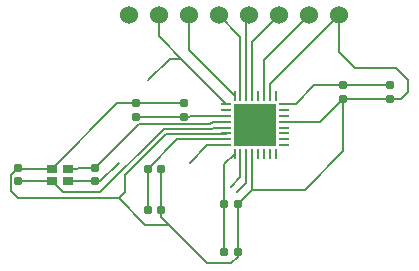
<source format=gbr>
%TF.GenerationSoftware,KiCad,Pcbnew,8.0.1*%
%TF.CreationDate,2024-07-06T23:02:20-04:00*%
%TF.ProjectId,ST25R3911B,53543235-5233-4393-9131-422e6b696361,rev?*%
%TF.SameCoordinates,Original*%
%TF.FileFunction,Copper,L1,Top*%
%TF.FilePolarity,Positive*%
%FSLAX46Y46*%
G04 Gerber Fmt 4.6, Leading zero omitted, Abs format (unit mm)*
G04 Created by KiCad (PCBNEW 8.0.1) date 2024-07-06 23:02:20*
%MOMM*%
%LPD*%
G01*
G04 APERTURE LIST*
G04 Aperture macros list*
%AMRoundRect*
0 Rectangle with rounded corners*
0 $1 Rounding radius*
0 $2 $3 $4 $5 $6 $7 $8 $9 X,Y pos of 4 corners*
0 Add a 4 corners polygon primitive as box body*
4,1,4,$2,$3,$4,$5,$6,$7,$8,$9,$2,$3,0*
0 Add four circle primitives for the rounded corners*
1,1,$1+$1,$2,$3*
1,1,$1+$1,$4,$5*
1,1,$1+$1,$6,$7*
1,1,$1+$1,$8,$9*
0 Add four rect primitives between the rounded corners*
20,1,$1+$1,$2,$3,$4,$5,0*
20,1,$1+$1,$4,$5,$6,$7,0*
20,1,$1+$1,$6,$7,$8,$9,0*
20,1,$1+$1,$8,$9,$2,$3,0*%
G04 Aperture macros list end*
%TA.AperFunction,SMDPad,CuDef*%
%ADD10RoundRect,0.155000X-0.155000X0.212500X-0.155000X-0.212500X0.155000X-0.212500X0.155000X0.212500X0*%
%TD*%
%TA.AperFunction,SMDPad,CuDef*%
%ADD11R,0.838200X0.762000*%
%TD*%
%TA.AperFunction,SMDPad,CuDef*%
%ADD12RoundRect,0.155000X0.155000X-0.212500X0.155000X0.212500X-0.155000X0.212500X-0.155000X-0.212500X0*%
%TD*%
%TA.AperFunction,SMDPad,CuDef*%
%ADD13RoundRect,0.062500X-0.337500X-0.062500X0.337500X-0.062500X0.337500X0.062500X-0.337500X0.062500X0*%
%TD*%
%TA.AperFunction,SMDPad,CuDef*%
%ADD14RoundRect,0.062500X-0.062500X-0.337500X0.062500X-0.337500X0.062500X0.337500X-0.062500X0.337500X0*%
%TD*%
%TA.AperFunction,HeatsinkPad*%
%ADD15C,0.500000*%
%TD*%
%TA.AperFunction,HeatsinkPad*%
%ADD16R,3.600000X3.600000*%
%TD*%
%TA.AperFunction,SMDPad,CuDef*%
%ADD17RoundRect,0.155000X-0.212500X-0.155000X0.212500X-0.155000X0.212500X0.155000X-0.212500X0.155000X0*%
%TD*%
%TA.AperFunction,ComponentPad*%
%ADD18C,1.524000*%
%TD*%
%TA.AperFunction,Conductor*%
%ADD19C,0.200000*%
%TD*%
G04 APERTURE END LIST*
D10*
%TO.P,C312,1*%
%TO.N,Net-(U1-AGD)*%
X155500000Y-108932500D03*
%TO.P,C312,2*%
%TO.N,GND*%
X155500000Y-110067500D03*
%TD*%
D11*
%TO.P,U2,1,1*%
%TO.N,Net-(U1-XTO)*%
X132175000Y-115975000D03*
%TO.P,U2,2,GND*%
%TO.N,GND*%
X130825000Y-115975000D03*
%TO.P,U2,3,3*%
%TO.N,Net-(U1-XTI)*%
X130825000Y-117025000D03*
%TO.P,U2,4,GND*%
%TO.N,GND*%
X132175000Y-117025000D03*
%TD*%
D12*
%TO.P,C311,1*%
%TO.N,Net-(U1-VSP_D)*%
X142000000Y-111567500D03*
%TO.P,C311,2*%
%TO.N,GND*%
X142000000Y-110432500D03*
%TD*%
D13*
%TO.P,U1,1,VDD_IO*%
%TO.N,/3V3*%
X145600000Y-110500000D03*
%TO.P,U1,2,CSO*%
%TO.N,unconnected-(U1-CSO-Pad2)*%
X145600000Y-111000000D03*
%TO.P,U1,3,VSP_D*%
%TO.N,Net-(U1-VSP_D)*%
X145600000Y-111500000D03*
%TO.P,U1,4,XTO*%
%TO.N,Net-(U1-XTO)*%
X145600000Y-112000000D03*
%TO.P,U1,5,XTI*%
%TO.N,Net-(U1-XTI)*%
X145600000Y-112500000D03*
%TO.P,U1,6,VSN_D*%
%TO.N,GND*%
X145600000Y-113000000D03*
%TO.P,U1,7,VSP_A*%
%TO.N,Net-(U1-VSP_A)*%
X145600000Y-113500000D03*
%TO.P,U1,8,VDD*%
%TO.N,/3V3*%
X145600000Y-114000000D03*
D14*
%TO.P,U1,9,VSP_RF*%
%TO.N,Net-(U1-VSP_RF)*%
X146300000Y-114700000D03*
%TO.P,U1,10,RFO1*%
%TO.N,/RFO1*%
X146800000Y-114700000D03*
%TO.P,U1,11,RFO2*%
%TO.N,/RFO2*%
X147300000Y-114700000D03*
%TO.P,U1,12,VSN_RF*%
%TO.N,GND*%
X147800000Y-114700000D03*
%TO.P,U1,13,TRIM1_3*%
%TO.N,unconnected-(U1-TRIM1_3-Pad13)*%
X148300000Y-114700000D03*
%TO.P,U1,14,TRIM2_3*%
%TO.N,unconnected-(U1-TRIM2_3-Pad14)*%
X148800000Y-114700000D03*
%TO.P,U1,15,TRIM1_2*%
%TO.N,unconnected-(U1-TRIM1_2-Pad15)*%
X149300000Y-114700000D03*
%TO.P,U1,16,TRIM2_2*%
%TO.N,unconnected-(U1-TRIM2_2-Pad16)*%
X149800000Y-114700000D03*
D13*
%TO.P,U1,17,TRIM1_1*%
%TO.N,unconnected-(U1-TRIM1_1-Pad17)*%
X150500000Y-114000000D03*
%TO.P,U1,18,TRIM2_1*%
%TO.N,unconnected-(U1-TRIM2_1-Pad18)*%
X150500000Y-113500000D03*
%TO.P,U1,19,TRIM1_0*%
%TO.N,unconnected-(U1-TRIM1_0-Pad19)*%
X150500000Y-113000000D03*
%TO.P,U1,20,TRIM2_0*%
%TO.N,unconnected-(U1-TRIM2_0-Pad20)*%
X150500000Y-112500000D03*
%TO.P,U1,21,VSS*%
%TO.N,GND*%
X150500000Y-112000000D03*
%TO.P,U1,22,RFI1*%
%TO.N,unconnected-(U1-RFI1-Pad22)*%
X150500000Y-111500000D03*
%TO.P,U1,23,RFI2*%
%TO.N,unconnected-(U1-RFI2-Pad23)*%
X150500000Y-111000000D03*
%TO.P,U1,24,AGD*%
%TO.N,Net-(U1-AGD)*%
X150500000Y-110500000D03*
D14*
%TO.P,U1,25,CSI*%
%TO.N,unconnected-(U1-CSI-Pad25)*%
X149800000Y-109800000D03*
%TO.P,U1,26,VSN_A*%
%TO.N,GND*%
X149300000Y-109800000D03*
%TO.P,U1,27,IRQ*%
%TO.N,/IRQ*%
X148800000Y-109800000D03*
%TO.P,U1,28,MCU_CLK*%
%TO.N,unconnected-(U1-MCU_CLK-Pad28)*%
X148300000Y-109800000D03*
%TO.P,U1,29,MISO*%
%TO.N,/MISO*%
X147800000Y-109800000D03*
%TO.P,U1,30,MOSI*%
%TO.N,/MOSI*%
X147300000Y-109800000D03*
%TO.P,U1,31,SCLK*%
%TO.N,/SCLK*%
X146800000Y-109800000D03*
%TO.P,U1,32,/SS*%
%TO.N,/SS*%
X146300000Y-109800000D03*
D15*
%TO.P,U1,33,EP*%
%TO.N,unconnected-(U1-EP-Pad33)*%
X147050000Y-111250000D03*
X147050000Y-112250000D03*
X147050000Y-113250000D03*
X148050000Y-111250000D03*
X148050000Y-112250000D03*
D16*
X148050000Y-112250000D03*
D15*
X148050000Y-113250000D03*
X149050000Y-111250000D03*
X149050000Y-112250000D03*
X149050000Y-113250000D03*
%TD*%
D12*
%TO.P,C315,1*%
%TO.N,Net-(U1-VSP_D)*%
X138000000Y-111567500D03*
%TO.P,C315,2*%
%TO.N,GND*%
X138000000Y-110432500D03*
%TD*%
D17*
%TO.P,C309,1*%
%TO.N,Net-(U1-VSP_A)*%
X138932500Y-119500000D03*
%TO.P,C309,2*%
%TO.N,GND*%
X140067500Y-119500000D03*
%TD*%
%TO.P,C310,1*%
%TO.N,Net-(U1-VSP_RF)*%
X145432500Y-119000000D03*
%TO.P,C310,2*%
%TO.N,GND*%
X146567500Y-119000000D03*
%TD*%
D10*
%TO.P,C316,1*%
%TO.N,Net-(U1-AGD)*%
X159500000Y-108932500D03*
%TO.P,C316,2*%
%TO.N,GND*%
X159500000Y-110067500D03*
%TD*%
D17*
%TO.P,C314,1*%
%TO.N,Net-(U1-VSP_RF)*%
X145432500Y-123000000D03*
%TO.P,C314,2*%
%TO.N,GND*%
X146567500Y-123000000D03*
%TD*%
%TO.P,C313,1*%
%TO.N,Net-(U1-VSP_A)*%
X138932500Y-116000000D03*
%TO.P,C313,2*%
%TO.N,GND*%
X140067500Y-116000000D03*
%TD*%
D10*
%TO.P,C307,1*%
%TO.N,Net-(U1-XTO)*%
X134500000Y-115932500D03*
%TO.P,C307,2*%
%TO.N,GND*%
X134500000Y-117067500D03*
%TD*%
D18*
%TO.P,J1,1,1*%
%TO.N,/1*%
X137340000Y-103000000D03*
%TO.P,J1,2,2*%
%TO.N,/3V3*%
X139880000Y-103000000D03*
%TO.P,J1,3,3*%
%TO.N,/SS*%
X142420000Y-103000000D03*
%TO.P,J1,4,4*%
%TO.N,/SCLK*%
X144960000Y-103000000D03*
%TO.P,J1,5,5*%
%TO.N,/MOSI*%
X147500000Y-103000000D03*
%TO.P,J1,6,6*%
%TO.N,/MISO*%
X150040000Y-103000000D03*
%TO.P,J1,7,7*%
%TO.N,/IRQ*%
X152580000Y-103000000D03*
%TO.P,J1,8,8*%
%TO.N,GND*%
X155120000Y-103000000D03*
%TD*%
D12*
%TO.P,C308,1*%
%TO.N,Net-(U1-XTI)*%
X128000000Y-117067500D03*
%TO.P,C308,2*%
%TO.N,GND*%
X128000000Y-115932500D03*
%TD*%
D19*
%TO.N,/RFO2*%
X147300000Y-117200000D02*
X146500000Y-118000000D01*
X147300000Y-114700000D02*
X147300000Y-117200000D01*
%TO.N,/RFO1*%
X146800000Y-116700000D02*
X146000000Y-117500000D01*
X146800000Y-114700000D02*
X146800000Y-116700000D01*
%TO.N,/3V3*%
X141800000Y-106700000D02*
X140800000Y-106700000D01*
X140800000Y-106700000D02*
X139000000Y-108500000D01*
X142050000Y-106950000D02*
X141800000Y-106700000D01*
X142050000Y-106950000D02*
X145600000Y-110500000D01*
X139880000Y-104780000D02*
X142050000Y-106950000D01*
X144000000Y-114000000D02*
X142500000Y-115500000D01*
X145600000Y-114000000D02*
X144000000Y-114000000D01*
X139880000Y-103000000D02*
X139880000Y-104780000D01*
%TO.N,/SS*%
X142420000Y-105920000D02*
X146300000Y-109800000D01*
X142420000Y-103000000D02*
X142420000Y-105920000D01*
%TO.N,/SCLK*%
X146800000Y-104840000D02*
X146800000Y-109800000D01*
X144960000Y-103000000D02*
X146800000Y-104840000D01*
%TO.N,/MOSI*%
X147300000Y-103200000D02*
X147300000Y-109800000D01*
X147500000Y-103000000D02*
X147300000Y-103200000D01*
%TO.N,/MISO*%
X147800000Y-105240000D02*
X147800000Y-109800000D01*
X150040000Y-103000000D02*
X147800000Y-105240000D01*
%TO.N,/IRQ*%
X148800000Y-106780000D02*
X148800000Y-109800000D01*
X152580000Y-103000000D02*
X148800000Y-106780000D01*
%TO.N,GND*%
X149300000Y-108820000D02*
X149300000Y-109800000D01*
X155120000Y-103000000D02*
X149300000Y-108820000D01*
X136367500Y-110432500D02*
X138000000Y-110432500D01*
X130825000Y-115975000D02*
X136367500Y-110432500D01*
X138750000Y-120750000D02*
X140750000Y-120750000D01*
X140750000Y-120750000D02*
X144000000Y-124000000D01*
X140067500Y-120067500D02*
X140750000Y-120750000D01*
X136500000Y-118500000D02*
X138750000Y-120750000D01*
X155120000Y-106120000D02*
X155120000Y-103000000D01*
X160000000Y-107500000D02*
X156500000Y-107500000D01*
X156500000Y-107500000D02*
X155120000Y-106120000D01*
X161000000Y-108500000D02*
X160000000Y-107500000D01*
X160432500Y-110067500D02*
X161000000Y-109500000D01*
X161000000Y-109500000D02*
X161000000Y-108500000D01*
X159500000Y-110067500D02*
X160432500Y-110067500D01*
X152232500Y-117767500D02*
X155500000Y-114500000D01*
X147800000Y-117767500D02*
X152232500Y-117767500D01*
X155500000Y-114500000D02*
X155500000Y-110067500D01*
X147800000Y-117767500D02*
X147800000Y-114700000D01*
X146000000Y-124000000D02*
X146567500Y-123432500D01*
X144000000Y-124000000D02*
X146000000Y-124000000D01*
X146567500Y-123432500D02*
X146567500Y-123000000D01*
X140067500Y-119500000D02*
X140067500Y-120067500D01*
X134932500Y-117067500D02*
X136500000Y-115500000D01*
X146567500Y-119000000D02*
X146567500Y-123000000D01*
X153567500Y-112000000D02*
X150500000Y-112000000D01*
X137000000Y-116500000D02*
X140465000Y-113035000D01*
X140067500Y-119500000D02*
X140067500Y-116000000D01*
X134500000Y-117067500D02*
X132217500Y-117067500D01*
X128000000Y-118500000D02*
X136500000Y-118500000D01*
X130825000Y-115975000D02*
X128042500Y-115975000D01*
X146567500Y-119000000D02*
X147800000Y-117767500D01*
X155500000Y-110067500D02*
X153567500Y-112000000D01*
X132217500Y-117067500D02*
X132175000Y-117025000D01*
X128000000Y-115932500D02*
X127390000Y-116542500D01*
X127390000Y-117890000D02*
X128000000Y-118500000D01*
X127390000Y-116542500D02*
X127390000Y-117890000D01*
X128042500Y-115975000D02*
X128000000Y-115932500D01*
X140465000Y-113035000D02*
X145565000Y-113035000D01*
X137000000Y-118000000D02*
X137000000Y-116500000D01*
X155500000Y-110067500D02*
X159500000Y-110067500D01*
X138000000Y-110432500D02*
X142000000Y-110432500D01*
X145565000Y-113035000D02*
X145600000Y-113000000D01*
X136500000Y-118500000D02*
X137000000Y-118000000D01*
X134500000Y-117067500D02*
X134932500Y-117067500D01*
%TO.N,Net-(U1-VSP_RF)*%
X145432500Y-119000000D02*
X145432500Y-115567500D01*
X145432500Y-115567500D02*
X146300000Y-114700000D01*
X145432500Y-119000000D02*
X145432500Y-123000000D01*
%TO.N,Net-(U1-VSP_A)*%
X138932500Y-116000000D02*
X138932500Y-119500000D01*
X141432500Y-113500000D02*
X145600000Y-113500000D01*
X138932500Y-116000000D02*
X141432500Y-113500000D01*
%TO.N,Net-(U1-XTO)*%
X132975000Y-115975000D02*
X133017500Y-115932500D01*
X132175000Y-115975000D02*
X132975000Y-115975000D01*
X134500000Y-115932500D02*
X138197500Y-112235000D01*
X138197500Y-112235000D02*
X144265000Y-112235000D01*
X144265000Y-112235000D02*
X144500000Y-112000000D01*
X133017500Y-115932500D02*
X134500000Y-115932500D01*
X144500000Y-112000000D02*
X145600000Y-112000000D01*
%TO.N,Net-(U1-AGD)*%
X153067500Y-108932500D02*
X155500000Y-108932500D01*
X150500000Y-110500000D02*
X151500000Y-110500000D01*
X155500000Y-108932500D02*
X159500000Y-108932500D01*
X151500000Y-110500000D02*
X153067500Y-108932500D01*
%TO.N,Net-(U1-VSP_D)*%
X138000000Y-111567500D02*
X142000000Y-111567500D01*
X142000000Y-111567500D02*
X142432500Y-111567500D01*
X142432500Y-111567500D02*
X142500000Y-111500000D01*
X142500000Y-111500000D02*
X145600000Y-111500000D01*
%TO.N,Net-(U1-XTI)*%
X140299314Y-112635000D02*
X134934314Y-118000000D01*
X144565685Y-112500000D02*
X144430685Y-112635000D01*
X144430685Y-112635000D02*
X140299314Y-112635000D01*
X134934314Y-118000000D02*
X131800000Y-118000000D01*
X131800000Y-118000000D02*
X130825000Y-117025000D01*
X130782500Y-117067500D02*
X130825000Y-117025000D01*
X128000000Y-117067500D02*
X130782500Y-117067500D01*
X145600000Y-112500000D02*
X144565685Y-112500000D01*
%TD*%
M02*

</source>
